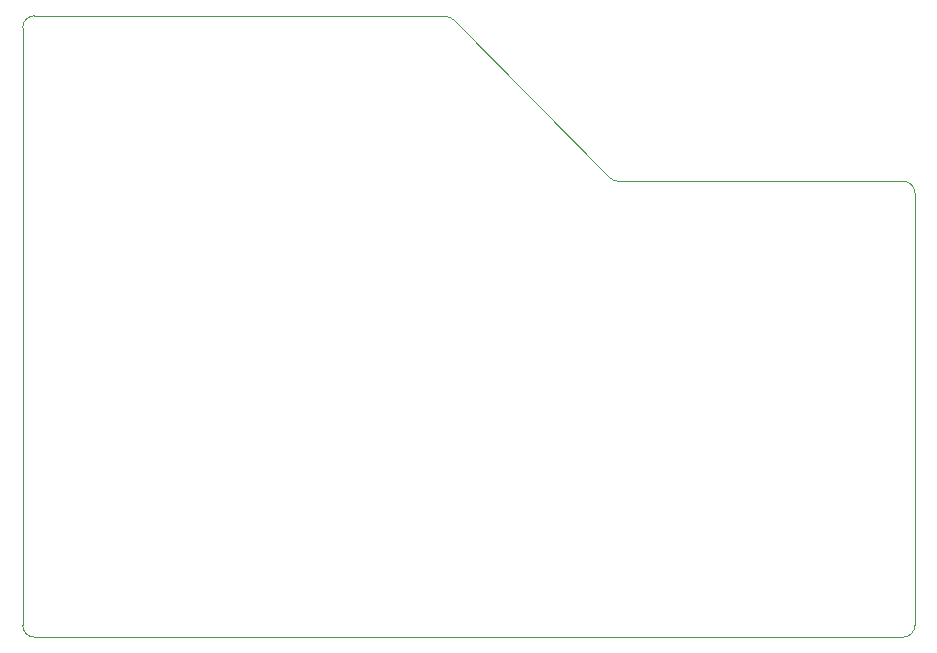
<source format=gm1>
G04 #@! TF.GenerationSoftware,KiCad,Pcbnew,8.0.5*
G04 #@! TF.CreationDate,2024-10-21T21:06:57-07:00*
G04 #@! TF.ProjectId,hackpad,6861636b-7061-4642-9e6b-696361645f70,rev?*
G04 #@! TF.SameCoordinates,Original*
G04 #@! TF.FileFunction,Profile,NP*
%FSLAX46Y46*%
G04 Gerber Fmt 4.6, Leading zero omitted, Abs format (unit mm)*
G04 Created by KiCad (PCBNEW 8.0.5) date 2024-10-21 21:06:57*
%MOMM*%
%LPD*%
G01*
G04 APERTURE LIST*
G04 #@! TA.AperFunction,Profile*
%ADD10C,0.050000*%
G04 #@! TD*
G04 APERTURE END LIST*
D10*
X193150000Y-158000000D02*
X193150000Y-120950000D01*
X267692893Y-159000000D02*
X194150000Y-159000000D01*
X268692893Y-158000000D02*
G75*
G02*
X267692893Y-158999993I-999993J0D01*
G01*
X268692893Y-121390000D02*
X268692893Y-158000000D01*
X194151500Y-106391502D02*
X228933708Y-106449376D01*
X194150000Y-159000000D02*
G75*
G02*
X193150000Y-158000000I0J1000000D01*
G01*
X193150000Y-107391501D02*
G75*
G02*
X194151500Y-106391501I1000000J1D01*
G01*
X193150000Y-120950000D02*
X193150000Y-107391501D01*
X228933708Y-106449376D02*
G75*
G02*
X229642875Y-106745844I-1508J-1000024D01*
G01*
X243567173Y-120390000D02*
G75*
G02*
X242856520Y-120093516I27J1000000D01*
G01*
X243567173Y-120390000D02*
X267692893Y-120390000D01*
X229642874Y-106745845D02*
X242856507Y-120093529D01*
X267692893Y-120390000D02*
G75*
G02*
X268692900Y-121390000I7J-1000000D01*
G01*
M02*

</source>
